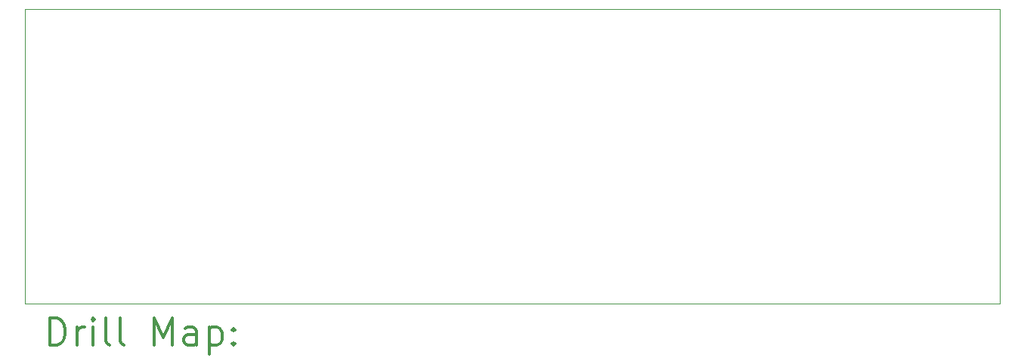
<source format=gbr>
%FSLAX45Y45*%
G04 Gerber Fmt 4.5, Leading zero omitted, Abs format (unit mm)*
G04 Created by KiCad (PCBNEW 5.1.5) date 2020-05-24 22:33:19*
%MOMM*%
%LPD*%
G04 APERTURE LIST*
%TA.AperFunction,Profile*%
%ADD10C,0.050000*%
%TD*%
%ADD11C,0.200000*%
%ADD12C,0.300000*%
G04 APERTURE END LIST*
D10*
X3810000Y-5334000D02*
X3810000Y-2286000D01*
X14732000Y-5334000D02*
X3810000Y-5334000D01*
X14732000Y-2032000D02*
X14732000Y-5334000D01*
X3810000Y-2032000D02*
X14732000Y-2032000D01*
X3810000Y-2286000D02*
X3810000Y-2032000D01*
D11*
D12*
X4093928Y-5802214D02*
X4093928Y-5502214D01*
X4165357Y-5502214D01*
X4208214Y-5516500D01*
X4236786Y-5545072D01*
X4251071Y-5573643D01*
X4265357Y-5630786D01*
X4265357Y-5673643D01*
X4251071Y-5730786D01*
X4236786Y-5759357D01*
X4208214Y-5787929D01*
X4165357Y-5802214D01*
X4093928Y-5802214D01*
X4393928Y-5802214D02*
X4393928Y-5602214D01*
X4393928Y-5659357D02*
X4408214Y-5630786D01*
X4422500Y-5616500D01*
X4451071Y-5602214D01*
X4479643Y-5602214D01*
X4579643Y-5802214D02*
X4579643Y-5602214D01*
X4579643Y-5502214D02*
X4565357Y-5516500D01*
X4579643Y-5530786D01*
X4593928Y-5516500D01*
X4579643Y-5502214D01*
X4579643Y-5530786D01*
X4765357Y-5802214D02*
X4736786Y-5787929D01*
X4722500Y-5759357D01*
X4722500Y-5502214D01*
X4922500Y-5802214D02*
X4893928Y-5787929D01*
X4879643Y-5759357D01*
X4879643Y-5502214D01*
X5265357Y-5802214D02*
X5265357Y-5502214D01*
X5365357Y-5716500D01*
X5465357Y-5502214D01*
X5465357Y-5802214D01*
X5736786Y-5802214D02*
X5736786Y-5645071D01*
X5722500Y-5616500D01*
X5693928Y-5602214D01*
X5636786Y-5602214D01*
X5608214Y-5616500D01*
X5736786Y-5787929D02*
X5708214Y-5802214D01*
X5636786Y-5802214D01*
X5608214Y-5787929D01*
X5593928Y-5759357D01*
X5593928Y-5730786D01*
X5608214Y-5702214D01*
X5636786Y-5687929D01*
X5708214Y-5687929D01*
X5736786Y-5673643D01*
X5879643Y-5602214D02*
X5879643Y-5902214D01*
X5879643Y-5616500D02*
X5908214Y-5602214D01*
X5965357Y-5602214D01*
X5993928Y-5616500D01*
X6008214Y-5630786D01*
X6022500Y-5659357D01*
X6022500Y-5745071D01*
X6008214Y-5773643D01*
X5993928Y-5787929D01*
X5965357Y-5802214D01*
X5908214Y-5802214D01*
X5879643Y-5787929D01*
X6151071Y-5773643D02*
X6165357Y-5787929D01*
X6151071Y-5802214D01*
X6136786Y-5787929D01*
X6151071Y-5773643D01*
X6151071Y-5802214D01*
X6151071Y-5616500D02*
X6165357Y-5630786D01*
X6151071Y-5645071D01*
X6136786Y-5630786D01*
X6151071Y-5616500D01*
X6151071Y-5645071D01*
M02*

</source>
